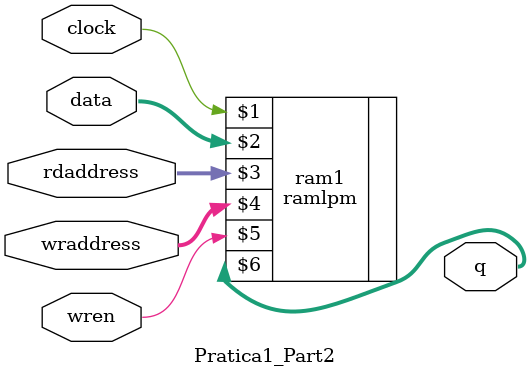
<source format=v>
module Pratica1_Part2(input clock,
	input[7:0] data,
	input[4:0] rdaddress,
	input[4:0] wraddress,
	input wren,
	output[7:0] q);
  ramlpm ram1(clock,
	data,
	rdaddress,
	wraddress,
	wren,
	q);
  
endmodule
</source>
